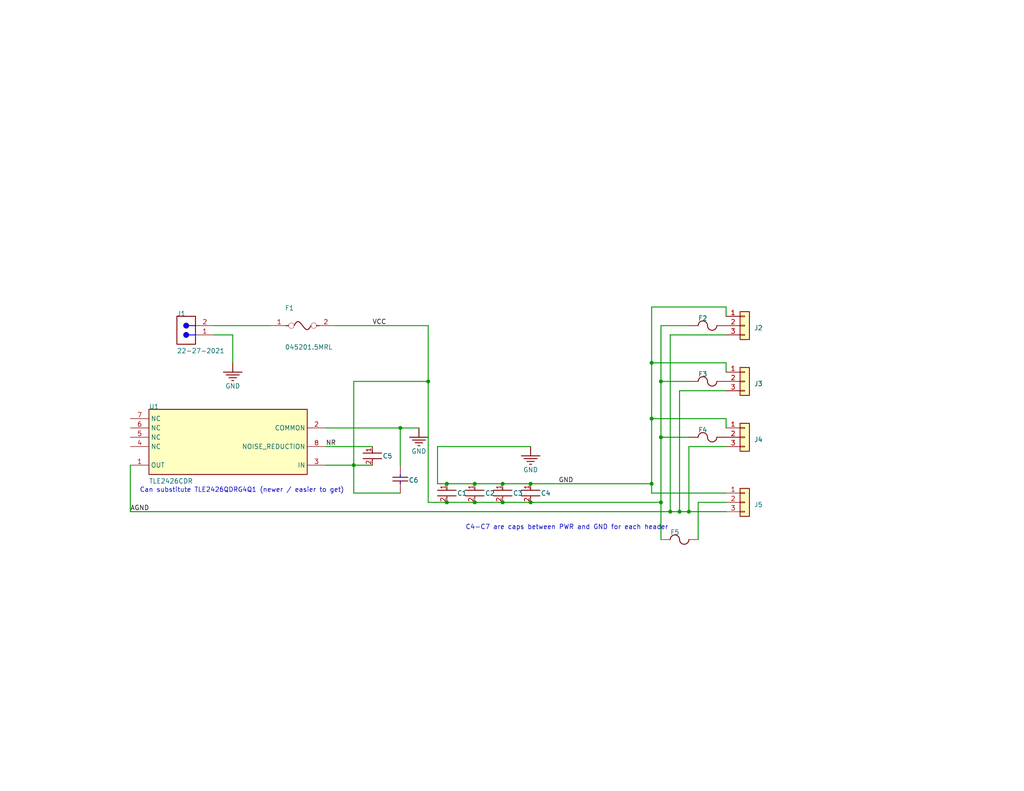
<source format=kicad_sch>
(kicad_sch (version 20230121) (generator eeschema)
  (paper "A")
  (lib_symbols
    (symbol "Connector_Generic:Conn_01x03" (pin_names (offset 1.016) hide)
      (property "Reference" "J" (at 0 5.08 0))
      (property "Value" "Conn_01x03" (at 0 -5.08 0))
      (symbol "Conn_01x03_1_1"
        (rectangle (start -1.27 -2.413) (end 0 -2.667) (stroke (width 0.1524)))
        (rectangle (start -1.27 0.127) (end 0 -0.127) (stroke (width 0.1524)))
        (rectangle (start -1.27 2.667) (end 0 2.413) (stroke (width 0.1524)))
        (rectangle (start -1.27 3.81) (end 1.27 -3.81) (stroke (width 0.254)) (fill (type background)))
        (pin passive line (at -5.08 2.54 0) (length 3.81) (name "Pin_1") (number "1"))
        (pin passive line (at -5.08 0 0) (length 3.81) (name "Pin_2") (number "2"))
        (pin passive line (at -5.08 -2.54 0) (length 3.81) (name "Pin_3") (number "3"))
      )
    )
    (symbol "DistBoard-altium-import:GND" (power)
      (property "Reference" "#PWR" (at 0 0 0))
      (property "Value" "GND" (at 0 6.35 0))
      (symbol "GND_0_0"
        (polyline (pts (xy -2.54 -2.54) (xy 2.54 -2.54)) (stroke (width 0.254)))
        (polyline (pts (xy -1.778 -3.302) (xy 1.778 -3.302)) (stroke (width 0.254)))
        (polyline (pts (xy -1.016 -4.064) (xy 1.016 -4.064)) (stroke (width 0.254)))
        (polyline (pts (xy -0.254 -4.826) (xy 0.254 -4.826)) (stroke (width 0.254)))
        (polyline (pts (xy 0 0) (xy 0 -2.54)) (stroke (width 0.254)))
        (pin power_in line (at 0 0 0) (length 0) hide (name "GND") (number ""))
      )
    )
    (symbol "DistBoard-altium-import:root_0_02cd4be3c70576c341d710602a673aa"
      (symbol "root_0_02cd4be3c70576c341d710602a673aa_1_0"
        (polyline (pts (xy 0 -3.556) (xy 0 -3.81)) (stroke (width 0.254)))
        (polyline (pts (xy 0 -1.778) (xy 0 -1.016)) (stroke (width 0.254)))
        (polyline (pts (xy 2.54 -3.302) (xy -2.54 -3.302)) (stroke (width 0.254)))
        (polyline (pts (xy 2.54 -1.778) (xy -2.54 -1.778)) (stroke (width 0.254)))
        (pin passive line (at 0 0 270) (length 1.778) (name "1") (number "1"))
        (pin passive line (at 0 -5.08 90) (length 1.524) (name "2") (number "2"))
      )
    )
    (symbol "DistBoard-altium-import:root_0_5bcf9b9f640e542cf0359d10258e979"
      (symbol "root_0_5bcf9b9f640e542cf0359d10258e979_1_0"
        (polyline (pts (xy 5.08 0) (xy 4.318 0)) (stroke (width 0.254)))
        (polyline (pts (xy 12.7 0) (xy 13.462 0)) (stroke (width 0.254)))
        (circle (center 5.842 0) (radius 0.762) (stroke (width 0.0001)))
        (bezier (pts (xy 6.604 0) (xy 8.382 3.81) (xy 9.398 -3.81) (xy 11.176 0)) (stroke (width 0.254)))
        (circle (center 11.938 0) (radius 0.762) (stroke (width 0.0001)))
        (pin passive line (at 0 0 0) (length 5.08) (name "1") (number "1"))
        (pin passive line (at 17.78 0 180) (length 5.08) (name "2") (number "2"))
      )
    )
    (symbol "DistBoard-altium-import:root_0_FUSE-2"
      (symbol "root_0_FUSE-2_1_0"
        (arc (start 2.54 -2.54) (mid 1.27 -1.2755) (end 0 -2.54) (stroke (width 0.254)))
        (arc (start 2.54 -2.54) (mid 3.81 -3.8045) (end 5.08 -2.54) (stroke (width 0.254)))
        (pin passive line (at -2.54 -2.54 0) (length 2.54) (name "1") (number "1"))
        (pin passive line (at 7.62 -2.54 180) (length 2.54) (name "2") (number "2"))
      )
    )
    (symbol "DistBoard-altium-import:root_0_b4654b650e69147ec39a6b967a45e02"
      (symbol "root_0_b4654b650e69147ec39a6b967a45e02_1_0"
        (polyline (pts (xy 0 -3.556) (xy 0 -3.81)) (stroke (width 0.254)))
        (polyline (pts (xy 0 -1.778) (xy 0 -1.016)) (stroke (width 0.254)))
        (polyline (pts (xy 2.54 -3.302) (xy -2.54 -3.302)) (stroke (width 0.254)))
        (polyline (pts (xy 2.54 -1.778) (xy -2.54 -1.778)) (stroke (width 0.254)))
        (pin passive line (at 0 0 270) (length 1.778) (name "1") (number "1"))
        (pin passive line (at 0 -5.08 90) (length 1.524) (name "2") (number "2"))
      )
    )
    (symbol "DistBoard-altium-import:root_1_CAP-NP-2"
      (symbol "root_1_CAP-NP-2_1_0"
        (polyline (pts (xy -2.032 4.318) (xy 2.032 4.318)) (stroke (width 0.254)))
        (polyline (pts (xy 0 2.54) (xy 0 3.302)) (stroke (width 0.254) (color 0 0 255 1)))
        (polyline (pts (xy 0 5.08) (xy 0 4.318)) (stroke (width 0.254) (color 0 0 255 1)))
        (polyline (pts (xy 2.032 3.302) (xy -2.032 3.302)) (stroke (width 0.254)))
        (pin passive line (at 0 0 90) (length 2.54) (name "1") (number "1"))
        (pin passive line (at 0 7.62 270) (length 2.54) (name "2") (number "2"))
      )
    )
    (symbol "DistBoard-altium-import:root_2_6a05ed44ac4318f8a6b310f721958da"
      (symbol "root_2_6a05ed44ac4318f8a6b310f721958da_1_0"
        (rectangle (start -5.08 15.24) (end -48.26 -2.54) (stroke (width 0.254)) (fill (type background)))
        (pin output line (at -53.34 0 0) (length 5.08) (name "OUT") (number "1"))
        (pin input line (at 0 10.16 180) (length 5.08) (name "COMMON") (number "2"))
        (pin input line (at 0 0 180) (length 5.08) (name "IN") (number "3"))
        (pin passive line (at -53.34 5.08 0) (length 5.08) (name "NC") (number "4"))
        (pin passive line (at -53.34 7.62 0) (length 5.08) (name "NC") (number "5"))
        (pin passive line (at -53.34 10.16 0) (length 5.08) (name "NC") (number "6"))
        (pin passive line (at -53.34 12.7 0) (length 5.08) (name "NC") (number "7"))
        (pin passive line (at 0 5.08 180) (length 5.08) (name "NOISE_REDUCTION") (number "8"))
      )
    )
    (symbol "DistBoard-altium-import:root_2_CN-1P-M-R2"
      (symbol "root_2_CN-1P-M-R2_1_0"
        (circle (center -2.54 2.54) (radius 0.762) (stroke (width 0.0001)) (fill (type color) (color 0 0 255 1)))
        (circle (center -2.54 5.08) (radius 0.762) (stroke (width 0.0001)) (fill (type color) (color 0 0 255 1)))
        (polyline (pts (xy 0 2.54) (xy -1.778 2.54)) (stroke (width 0.254) (color 0 0 255 1)))
        (polyline (pts (xy 0 5.08) (xy -1.778 5.08)) (stroke (width 0.254) (color 0 0 255 1)))
        (rectangle (start 0 7.62) (end -5.08 0) (stroke (width 0.254)))
        (pin passive line (at 5.08 2.54 180) (length 5.08) (name "1") (number "1"))
        (pin passive line (at 5.08 5.08 180) (length 5.08) (name "2") (number "2"))
      )
    )
  )
  (junction (at 182.88 139.7))
  (junction (at 180.34 104.14))
  (junction (at 109.22 116.84))
  (junction (at 137.16 137.16))
  (junction (at 121.92 132.08))
  (junction (at 144.78 137.16))
  (junction (at 116.84 104.14))
  (junction (at 137.16 132.08))
  (junction (at 185.42 139.7))
  (junction (at 129.54 137.16))
  (junction (at 129.54 132.08))
  (junction (at 121.92 137.16))
  (junction (at 177.8 99.06))
  (junction (at 144.78 132.08))
  (junction (at 177.8 114.3))
  (junction (at 180.34 137.16))
  (junction (at 180.34 119.38))
  (junction (at 177.8 132.08))
  (junction (at 96.52 127))
  (junction (at 187.96 139.7))
  (wire (pts (xy 35.56 127) (xy 35.56 139.7)) (stroke (width 0.254)))
  (wire (pts (xy 144.78 137.16) (xy 180.34 137.16)) (stroke (width 0.254)))
  (wire (pts (xy 177.8 114.3) (xy 177.8 132.08)) (stroke (width 0.254)))
  (wire (pts (xy 180.34 104.14) (xy 187.96 104.14)) (stroke (width 0.254)))
  (wire (pts (xy 180.34 137.16) (xy 180.34 147.32)) (stroke (width 0.254)))
  (wire (pts (xy 121.92 137.16) (xy 129.54 137.16)) (stroke (width 0.254)))
  (wire (pts (xy 180.34 88.9) (xy 187.96 88.9)) (stroke (width 0.254)))
  (wire (pts (xy 58.42 88.9) (xy 73.66 88.9)) (stroke (width 0.254)))
  (wire (pts (xy 129.54 132.08) (xy 121.92 132.08)) (stroke (width 0.254)))
  (wire (pts (xy 101.6 127) (xy 96.52 127)) (stroke (width 0.254)))
  (wire (pts (xy 177.8 134.62) (xy 198.12 134.62)) (stroke (width 0.254)))
  (wire (pts (xy 180.34 137.16) (xy 180.34 119.38)) (stroke (width 0.254)))
  (wire (pts (xy 177.8 132.08) (xy 144.78 132.08)) (stroke (width 0.254)))
  (wire (pts (xy 109.22 116.84) (xy 114.3 116.84)) (stroke (width 0.254)))
  (wire (pts (xy 180.34 119.38) (xy 187.96 119.38)) (stroke (width 0.254)))
  (wire (pts (xy 116.84 88.9) (xy 116.84 104.14)) (stroke (width 0.254)))
  (wire (pts (xy 96.52 134.62) (xy 109.22 134.62)) (stroke (width 0.254)))
  (wire (pts (xy 96.52 127) (xy 88.9 127)) (stroke (width 0.254)))
  (wire (pts (xy 177.8 99.06) (xy 177.8 83.82)) (stroke (width 0.254)))
  (wire (pts (xy 177.8 114.3) (xy 198.12 114.3)) (stroke (width 0.254)))
  (wire (pts (xy 198.12 83.82) (xy 198.12 86.36)) (stroke (width 0.254)))
  (wire (pts (xy 35.56 139.7) (xy 182.88 139.7)) (stroke (width 0.254)))
  (wire (pts (xy 119.38 121.92) (xy 144.78 121.92)) (stroke (width 0.254)))
  (wire (pts (xy 198.12 114.3) (xy 198.12 116.84)) (stroke (width 0.254)))
  (wire (pts (xy 198.12 106.68) (xy 185.42 106.68)) (stroke (width 0.254)))
  (wire (pts (xy 137.16 137.16) (xy 144.78 137.16)) (stroke (width 0.254)))
  (wire (pts (xy 180.34 104.14) (xy 180.34 88.9)) (stroke (width 0.254)))
  (wire (pts (xy 88.9 121.92) (xy 101.6 121.92)) (stroke (width 0.254)))
  (wire (pts (xy 116.84 104.14) (xy 96.52 104.14)) (stroke (width 0.254)))
  (wire (pts (xy 182.88 139.7) (xy 185.42 139.7)) (stroke (width 0.254)))
  (wire (pts (xy 91.44 88.9) (xy 116.84 88.9)) (stroke (width 0.254)))
  (wire (pts (xy 177.8 83.82) (xy 198.12 83.82)) (stroke (width 0.254)))
  (wire (pts (xy 96.52 127) (xy 96.52 134.62)) (stroke (width 0.254)))
  (wire (pts (xy 88.9 116.84) (xy 109.22 116.84)) (stroke (width 0.254)))
  (wire (pts (xy 190.5 147.32) (xy 190.5 137.16)) (stroke (width 0.254)))
  (wire (pts (xy 198.12 99.06) (xy 177.8 99.06)) (stroke (width 0.254)))
  (wire (pts (xy 116.84 104.14) (xy 116.84 137.16)) (stroke (width 0.254)))
  (wire (pts (xy 144.78 132.08) (xy 137.16 132.08)) (stroke (width 0.254)))
  (wire (pts (xy 63.5 91.44) (xy 63.5 99.06)) (stroke (width 0.254)))
  (wire (pts (xy 185.42 106.68) (xy 185.42 139.7)) (stroke (width 0.254)))
  (wire (pts (xy 137.16 132.08) (xy 129.54 132.08)) (stroke (width 0.254)))
  (wire (pts (xy 198.12 101.6) (xy 198.12 99.06)) (stroke (width 0.254)))
  (wire (pts (xy 180.34 119.38) (xy 180.34 104.14)) (stroke (width 0.254)))
  (wire (pts (xy 187.96 139.7) (xy 198.12 139.7)) (stroke (width 0.254)))
  (wire (pts (xy 177.8 99.06) (xy 177.8 114.3)) (stroke (width 0.254)))
  (wire (pts (xy 182.88 139.7) (xy 182.88 91.44)) (stroke (width 0.254)))
  (wire (pts (xy 190.5 137.16) (xy 198.12 137.16)) (stroke (width 0.254)))
  (wire (pts (xy 185.42 139.7) (xy 187.96 139.7)) (stroke (width 0.254)))
  (wire (pts (xy 116.84 137.16) (xy 121.92 137.16)) (stroke (width 0.254)))
  (wire (pts (xy 198.12 121.92) (xy 187.96 121.92)) (stroke (width 0.254)))
  (wire (pts (xy 182.88 91.44) (xy 198.12 91.44)) (stroke (width 0.254)))
  (wire (pts (xy 119.38 132.08) (xy 119.38 121.92)) (stroke (width 0.254)))
  (wire (pts (xy 177.8 132.08) (xy 177.8 134.62)) (stroke (width 0.254)))
  (wire (pts (xy 129.54 137.16) (xy 137.16 137.16)) (stroke (width 0.254)))
  (wire (pts (xy 187.96 121.92) (xy 187.96 139.7)) (stroke (width 0.254)))
  (wire (pts (xy 121.92 132.08) (xy 119.38 132.08)) (stroke (width 0.254)))
  (wire (pts (xy 109.22 116.84) (xy 109.22 127)) (stroke (width 0.254)))
  (wire (pts (xy 58.42 91.44) (xy 63.5 91.44)) (stroke (width 0.254)))
  (wire (pts (xy 96.52 104.14) (xy 96.52 127)) (stroke (width 0.254)))
  (text "C4-C7 are caps between PWR and GND for each header" (at 127 144.78 0) (effects (font (size 1.27 1.27)) (justify left bottom)))
  (text "Can substitute TLE2426QDRG4Q1 (newer / easier to get)" (at 38.1 134.62 0) (effects (font (size 1.27 1.27)) (justify left bottom)))
  (label "NR" (at 88.9 121.92 0))
  (label "AGND" (at 35.56 139.7 0))
  (label "GND" (at 152.4 132.08 0))
  (label "VCC" (at 101.6 88.9 0))
  (symbol (lib_id "DistBoard-altium-import:root_2_6a05ed44ac4318f8a6b310f721958da") (at 88.9 127 0) (unit 1)
    (property "Reference" "U1" (at 40.64 111.76 0) (effects (justify left bottom)))
    (property "Value" "TLE2426CDR" (at 40.64 132.08 0) (effects (justify left bottom)))
    (property "Footprint" "FP-D0008A-IPC_B" (effects hide))
    (property "MAX INPUT VOLTAGE" "40V" (effects hide))
    (property "HEIGHT" "1.58mm" (effects hide))
    (property "MOUNT" "Surface Mount" (effects hide))
    (property "MAX OPERATING TEMPERATURE" "125°C" (effects hide))
    (property "LENGTH" "4.9mm" (effects hide))
    (property "CASE/PACKAGE" "SOIC" (effects hide))
    (property "TEMPERATURE COEFFICIENT" "35ppm/°C" (effects hide))
    (property "WEIGHT" "0.002677oz" (effects hide))
    (property "REFERENCE TYPE" "Ground Reference (Virtual)" (effects hide))
    (property "OPERATING SUPPLY CURRENT" "400uA" (effects hide))
    (property "RADIATION HARDENING" "No" (effects hide))
    (property "MIN OUTPUT VOLTAGE" "2V" (effects hide))
    (property "MAX OUTPUT CURRENT" "20mA" (effects hide))
    (property "REACH SVHC" "No SVHC" (effects hide))
    (property "MAX OUTPUT VOLTAGE" "20V" (effects hide))
    (property "OUTPUT VOLTAGE" "20V" (effects hide))
    (property "OUTPUT CURRENT" "20mA" (effects hide))
    (property "MIN OPERATING TEMPERATURE" "-55°C" (effects hide))
    (property "PACKAGE QUANTITY" "1" (effects hide))
    (property "PACKAGING" "Tape and Reel" (effects hide))
    (property "NUMBER OF PINS" "8" (effects hide))
    (property "WIDTH" "3.91mm" (effects hide))
    (property "OUTPUT TYPE" "Adjustable" (effects hide))
    (property "LEAD FREE" "Lead Free" (effects hide))
    (property "TOLERANCE" "1%" (effects hide))
    (property "REFERENCE VOLTAGE" "20V" (effects hide))
    (property "MANUFACTURER" "Texas Instruments" (effects hide))
    (property "MANUFACTURER PART NUMBER" "TLE2426CDR" (effects hide))
  )
  (symbol (lib_id "DistBoard-altium-import:root_0_FUSE-2") (at 190.5 116.84 0) (unit 1)
    (property "Reference" "F4" (at 190.5 118.11 0) (effects (justify left bottom)))
    (property "Value" "0459.250UR" (effects hide))
    (property "Footprint" "LFUS-459_V" (effects hide))
    (property "MANUFACTURER" "Littelfuse" (effects hide))
    (property "TYPE" "PicoSurfaceMountVeryFastActingFuse" (effects hide))
    (property "PRODUCT" "SurfaceMountFuses" (effects hide))
    (property "SERIES" "459" (effects hide))
    (property "CURRENT RATING" "250mA" (effects hide))
    (property "VOLTAGE RATING DC" "125V" (effects hide))
    (property "INTERRUPT RATING" "300Amps" (effects hide))
    (property "BRAND" "Littelfuse" (effects hide))
    (property "FACTORY PACK QUANTITY" "500" (effects hide))
    (property "CASE HEIGHT" "3.05mm" (effects hide))
    (property "RESISTANCE" "665mOhms" (effects hide))
    (property "ROHS" "Details" (effects hide))
    (property "CASE LENGTH" "7.24mm" (effects hide))
    (property "OPERATING TEMPERATURE RANGE" "-55Cto+125C" (effects hide))
    (property "PACKAGING" "Reel" (effects hide))
    (property "DATASHEET VERSION" "11/2015" (effects hide))
    (property "FUSE TYPE" "FastBlow" (effects hide))
    (property "FUSE SIZE / GROUP" "PICO" (effects hide))
    (property "PACKAGE REFERENCE" "459" (effects hide))
    (property "PACKAGE DESCRIPTION" "2-Pin Surface Mount Device, Body 7.24 x 4.32 mm" (effects hide))
    (property "PRODUCT TYPE" "SurfaceMountFuse" (effects hide))
    (property "DIMENSIONS" "7.24mmLx4.32mmW" (effects hide))
    (property "MOUNTING TECHNOLOGY" "SurfaceMount" (effects hide))
    (property "DATASHEET URL" "http://www.littelfuse.com/~/media/electronics/datasheets/fuses/littelfuse_fuse_459_datasheet.pdf.pdf" (effects hide))
    (property "MANUFACTURER URL" "http://www.littelfuse.com/" (effects hide))
    (property "PRODUCT CATEGORY" "SurfaceMountFuses" (effects hide))
    (property "CASE WIDTH" "4.32mm" (effects hide))
    (property "MANUFACTURER PART NUMBER" "0459.250UR" (effects hide))
  )
  (symbol (lib_id "DistBoard-altium-import:root_1_CAP-NP-2") (at 109.22 134.62 0) (unit 1)
    (property "Reference" "C6" (at 111.506 131.826 0) (effects (justify left bottom)))
    (property "Value" "C1206C105K5RACTU" (effects hide))
    (property "Footprint" "CAPC3216X110X50LL20T25" (effects hide))
    (property "DATASHEET URL" "http://www.kemet.com/docfinder?Partnumber=C1206C105K5RACTU" (effects hide))
    (property "CASE HEIGHT" "1mm" (effects hide))
    (property "DIELECTRIC" "X7R" (effects hide))
    (property "VOLTAGE RATING" "50V" (effects hide))
    (property "PRODUCT CATEGORY" "MultilayerCeramicCapacitorsMLCC-SMD/SMT" (effects hide))
    (property "CAPACITANCE" "1uF" (effects hide))
    (property "TERMINATION STYLE" "SMD/SMT" (effects hide))
    (property "ALTIUM_UNNAMED_1" "C1206C105K5RAC7800" (effects hide))
    (property "DIMENSIONS" "1.6mmWx3.2mmLx1mmH" (effects hide))
    (property "MANUFACTURER" "Kemet" (effects hide))
    (property "VOLTAGE RATING DC" "50V" (effects hide))
    (property "DATASHEET VERSION" "02/2016" (effects hide))
    (property "PACKAGING" "Reel" (effects hide))
    (property "BRAND" "Kemet" (effects hide))
    (property "TEMPERATURE COEFFICIENT / CODE" "+/-15%" (effects hide))
    (property "ROHS" "Details" (effects hide))
    (property "MINIMUM OPERATING TEMPERATURE" "-55C" (effects hide))
    (property "OPERATING TEMPERATURE RANGE" "-55Cto+125C" (effects hide))
    (property "CASE LENGTH" "3.2mm" (effects hide))
    (property "PACKAGE REFERENCE" "1206" (effects hide))
    (property "CASE WIDTH" "1.6mm" (effects hide))
    (property "MANUFACTURER URL" "http://www.kemet.com/" (effects hide))
    (property "PRODUCT" "GeneralTypeMLCCs" (effects hide))
    (property "TYPE" "SMDMLCCX7R6.3-250VDCCommericalGrade" (effects hide))
    (property "TOLERANCE" "10%" (effects hide))
    (property "PACKAGE DESCRIPTION" "2-Pin Surface Mount Device, Body 3.2 x 1.6 mm" (effects hide))
    (property "CLASS" "Class1" (effects hide))
    (property "CAPACITANCE - NF" "1000nF" (effects hide))
    (property "MOUNTING TECHNOLOGY" "SurfaceMount" (effects hide))
    (property "CASE CODE - MM" "3216" (effects hide))
    (property "MAXIMUM OPERATING TEMPERATURE" "+125C" (effects hide))
    (property "SERIES" "C1206C" (effects hide))
    (property "FACTORY PACK QUANTITY" "2500" (effects hide))
    (property "PACKAGE / CASE" "1206(3216metric)" (effects hide))
    (property "CASE CODE - IN" "1206" (effects hide))
    (property "ALTIUM_VALUE" "1uF" (effects hide))
    (property "MANUFACTURER PART NUMBER" "C1206C105K5RACTU" (effects hide))
    (property "PRICE" "0.053" (effects hide))
  )
  (symbol (lib_id "Connector_Generic:Conn_01x03") (at 203.2 104.14 0) (unit 1)
    (property "Reference" "J3" (at 205.74 104.775 0) (effects (justify left)))
    (property "Value" "Conn_01x03" (effects hide))
    (property "Footprint" "Connector_PinHeader_2.54mm:PinHeader_1x03_P2.54mm_Vertical" (effects hide))
  )
  (symbol (lib_id "Connector_Generic:Conn_01x03") (at 203.2 137.16 0) (unit 1)
    (property "Reference" "J5" (at 205.74 137.795 0) (effects (justify left)))
    (property "Value" "Conn_01x03" (effects hide))
    (property "Footprint" "Connector_PinHeader_2.54mm:PinHeader_1x03_P2.54mm_Vertical" (effects hide))
  )
  (symbol (lib_id "DistBoard-altium-import:root_0_b4654b650e69147ec39a6b967a45e02") (at 101.6 121.92 0) (unit 1)
    (property "Reference" "C5" (at 104.394 125.222 0) (effects (justify left bottom)))
    (property "Value" "GCD21BR71H104KA01L" (effects hide))
    (property "Footprint" "FP-GCD21B-0_15-IPC_C" (effects hide))
    (property "CASE CODE (METRIC)" "2012" (effects hide))
    (property "VOLTAGE RATING" "50V" (effects hide))
    (property "HEIGHT" "1.25mm" (effects hide))
    (property "WEIGHT" "0.000335oz" (effects hide))
    (property "MOUNT" "Surface Mount" (effects hide))
    (property "WIDTH" "0.049inch" (effects hide))
    (property "PACKAGING" "Tape and Reel" (effects hide))
    (property "MIN OPERATING TEMPERATURE" "-55°C" (effects hide))
    (property "DEPTH" "1.25mm" (effects hide))
    (property "LENGTH" "2mm" (effects hide))
    (property "MAX OPERATING TEMPERATURE" "125°C" (effects hide))
    (property "RATINGS" "AEC-Q200" (effects hide))
    (property "TERMINATION" "SMD/SMT" (effects hide))
    (property "CAPACITANCE" "100nF" (effects hide))
    (property "THICKNESS" "0.049inch" (effects hide))
    (property "CASE/PACKAGE" "0805" (effects hide))
    (property "VOLTAGE RATING (DC)" "50V" (effects hide))
    (property "DIELECTRIC" "X7R" (effects hide))
    (property "CASE CODE (IMPERIAL)" "0805" (effects hide))
    (property "TOLERANCE" "10%" (effects hide))
    (property "PACKAGE QUANTITY" "3000" (effects hide))
    (property "MANUFACTURER" "Murata" (effects hide))
    (property "MANUFACTURER PART NUMBER" "GCD21BR71H104KA01L" (effects hide))
    (property "ALTIUM_VALUE" "100nF" (effects hide))
  )
  (symbol (lib_id "DistBoard-altium-import:root_0_FUSE-2") (at 190.5 101.6 0) (unit 1)
    (property "Reference" "F3" (at 190.5 102.87 0) (effects (justify left bottom)))
    (property "Value" "0459.250UR" (effects hide))
    (property "Footprint" "LFUS-459_V" (effects hide))
    (property "MANUFACTURER" "Littelfuse" (effects hide))
    (property "TYPE" "PicoSurfaceMountVeryFastActingFuse" (effects hide))
    (property "PRODUCT" "SurfaceMountFuses" (effects hide))
    (property "SERIES" "459" (effects hide))
    (property "CURRENT RATING" "250mA" (effects hide))
    (property "VOLTAGE RATING DC" "125V" (effects hide))
    (property "INTERRUPT RATING" "300Amps" (effects hide))
    (property "BRAND" "Littelfuse" (effects hide))
    (property "FACTORY PACK QUANTITY" "500" (effects hide))
    (property "CASE HEIGHT" "3.05mm" (effects hide))
    (property "RESISTANCE" "665mOhms" (effects hide))
    (property "ROHS" "Details" (effects hide))
    (property "CASE LENGTH" "7.24mm" (effects hide))
    (property "OPERATING TEMPERATURE RANGE" "-55Cto+125C" (effects hide))
    (property "PACKAGING" "Reel" (effects hide))
    (property "DATASHEET VERSION" "11/2015" (effects hide))
    (property "FUSE TYPE" "FastBlow" (effects hide))
    (property "FUSE SIZE / GROUP" "PICO" (effects hide))
    (property "PACKAGE REFERENCE" "459" (effects hide))
    (property "PACKAGE DESCRIPTION" "2-Pin Surface Mount Device, Body 7.24 x 4.32 mm" (effects hide))
    (property "PRODUCT TYPE" "SurfaceMountFuse" (effects hide))
    (property "DIMENSIONS" "7.24mmLx4.32mmW" (effects hide))
    (property "MOUNTING TECHNOLOGY" "SurfaceMount" (effects hide))
    (property "DATASHEET URL" "http://www.littelfuse.com/~/media/electronics/datasheets/fuses/littelfuse_fuse_459_datasheet.pdf.pdf" (effects hide))
    (property "MANUFACTURER URL" "http://www.littelfuse.com/" (effects hide))
    (property "PRODUCT CATEGORY" "SurfaceMountFuses" (effects hide))
    (property "CASE WIDTH" "4.32mm" (effects hide))
    (property "MANUFACTURER PART NUMBER" "0459.250UR" (effects hide))
  )
  (symbol (lib_id "DistBoard-altium-import:root_0_02cd4be3c70576c341d710602a673aa") (at 129.54 132.08 0) (unit 1)
    (property "Reference" "C2" (at 132.334 135.382 0) (effects (justify left bottom)))
    (property "Value" "GCJ21BR71H105KA01L" (effects hide))
    (property "Footprint" "FP-GCJ21B-0_3-IPC_B" (effects hide))
    (property "MAX OPERATING TEMPERATURE" "125°C" (effects hide))
    (property "RATINGS" "AEC-Q200" (effects hide))
    (property "HEIGHT" "1.25mm" (effects hide))
    (property "LEAD FREE" "Lead Free" (effects hide))
    (property "WEIGHT" "0.000335oz" (effects hide))
    (property "THICKNESS" "0.057inch" (effects hide))
    (property "MIN OPERATING TEMPERATURE" "-55°C" (effects hide))
    (property "TERMINATION" "SMD/SMT" (effects hide))
    (property "VOLTAGE RATING (DC)" "50V" (effects hide))
    (property "FEATURES" "Soft Termination" (effects hide))
    (property "MOUNT" "Surface Mount" (effects hide))
    (property "VOLTAGE RATING" "50V" (effects hide))
    (property "CASE CODE (IMPERIAL)" "0805" (effects hide))
    (property "PACKAGE QUANTITY" "3000" (effects hide))
    (property "TOLERANCE" "10%" (effects hide))
    (property "WIDTH" "0.049inch" (effects hide))
    (property "CASE/PACKAGE" "0805" (effects hide))
    (property "CAPACITANCE" "1uF" (effects hide))
    (property "CASE CODE (METRIC)" "2012" (effects hide))
    (property "DIELECTRIC" "X7R" (effects hide))
    (property "PACKAGING" "Tape and Reel" (effects hide))
    (property "LENGTH" "0.079inch" (effects hide))
    (property "MANUFACTURER" "Murata" (effects hide))
    (property "MANUFACTURER PART NUMBER" "GCJ21BR71H105KA01L" (effects hide))
    (property "ALTIUM_VALUE" "1uF" (effects hide))
  )
  (symbol (lib_id "DistBoard-altium-import:root_2_CN-1P-M-R2") (at 53.34 93.98 0) (unit 1)
    (property "Reference" "J1" (at 48.26 86.36 0) (effects (justify left bottom)))
    (property "Value" "22-27-2021" (at 48.26 96.52 0) (effects (justify left bottom)))
    (property "Footprint" "MOLX-22-27-2021_V" (effects hide))
    (property "CURRENT RATING" "4A" (effects hide))
    (property "ORIENTATION" "Vertical" (effects hide))
    (property "MANUFACTURER" "Molex" (effects hide))
    (property "OPERATING TEMPERATURE" "0°Cto+75°C" (effects hide))
    (property "PARTNUMBER" "0022272021" (effects hide))
    (property "PACKAGE VERSION" "Rev. BC, 02/2012" (effects hide))
    (property "VOLTAGE RATING" "250V" (effects hide))
    (property "MANUFACTURER URL" "http://www.molex.com/" (effects hide))
    (property "NO. OF POSITIONS" "2" (effects hide))
    (property "PITCH" "2.54mm" (effects hide))
    (property "MOUNTING TECHNOLOGY" "ThroughHole" (effects hide))
    (property "NO. OF ROWS" "1" (effects hide))
    (property "HOUSING MATERIAL" "Nylon(UL94V-0)" (effects hide))
    (property "PACKAGE DESCRIPTION" "2-Leads Header, Body 5.08 x 5.8 mm, Pitch 2.54 mm" (effects hide))
    (property "VOLTAGE - MAX" "250V" (effects hide))
    (property "DATASHEET URL" "http://www.molex.com/pdm_docs/sd/022272021_sd.pdf" (effects hide))
    (property "PACKAGE REFERENCE" "22-27-2021" (effects hide))
    (property "CONTACT MATERIAL" "Tinplatedbrass" (effects hide))
    (property "CURRENT - MAX" "4A" (effects hide))
    (property "DATASHEET VERSION" "Rev. F, 06/2009" (effects hide))
    (property "MANUFACTURER PART NUMBER" "22-27-2021" (effects hide))
  )
  (symbol (lib_id "Connector_Generic:Conn_01x03") (at 203.2 88.9 0) (unit 1)
    (property "Reference" "J2" (at 205.74 89.535 0) (effects (justify left)))
    (property "Value" "Conn_01x03" (effects hide))
    (property "Footprint" "Connector_PinHeader_2.54mm:PinHeader_1x03_P2.54mm_Vertical" (effects hide))
  )
  (symbol (lib_id "DistBoard-altium-import:GND") (at 63.5 99.06 0) (unit 1)
    (property "Reference" "#PWR0102" (effects hide))
    (property "Value" "GND" (at 63.5 105.41 0))
  )
  (symbol (lib_id "DistBoard-altium-import:root_0_02cd4be3c70576c341d710602a673aa") (at 137.16 132.08 0) (unit 1)
    (property "Reference" "C3" (at 139.954 135.382 0) (effects (justify left bottom)))
    (property "Value" "GCJ21BR71H105KA01L" (effects hide))
    (property "Footprint" "FP-GCJ21B-0_3-IPC_B" (effects hide))
    (property "MAX OPERATING TEMPERATURE" "125°C" (effects hide))
    (property "RATINGS" "AEC-Q200" (effects hide))
    (property "HEIGHT" "1.25mm" (effects hide))
    (property "LEAD FREE" "Lead Free" (effects hide))
    (property "WEIGHT" "0.000335oz" (effects hide))
    (property "THICKNESS" "0.057inch" (effects hide))
    (property "MIN OPERATING TEMPERATURE" "-55°C" (effects hide))
    (property "TERMINATION" "SMD/SMT" (effects hide))
    (property "VOLTAGE RATING (DC)" "50V" (effects hide))
    (property "FEATURES" "Soft Termination" (effects hide))
    (property "MOUNT" "Surface Mount" (effects hide))
    (property "VOLTAGE RATING" "50V" (effects hide))
    (property "CASE CODE (IMPERIAL)" "0805" (effects hide))
    (property "PACKAGE QUANTITY" "3000" (effects hide))
    (property "TOLERANCE" "10%" (effects hide))
    (property "WIDTH" "0.049inch" (effects hide))
    (property "CASE/PACKAGE" "0805" (effects hide))
    (property "CAPACITANCE" "1uF" (effects hide))
    (property "CASE CODE (METRIC)" "2012" (effects hide))
    (property "DIELECTRIC" "X7R" (effects hide))
    (property "PACKAGING" "Tape and Reel" (effects hide))
    (property "LENGTH" "0.079inch" (effects hide))
    (property "MANUFACTURER" "Murata" (effects hide))
    (property "MANUFACTURER PART NUMBER" "GCJ21BR71H105KA01L" (effects hide))
    (property "ALTIUM_VALUE" "1uF" (effects hide))
  )
  (symbol (lib_id "DistBoard-altium-import:root_0_FUSE-2") (at 182.88 144.78 0) (unit 1)
    (property "Reference" "F5" (at 182.88 146.05 0) (effects (justify left bottom)))
    (property "Value" "0459.250UR" (effects hide))
    (property "Footprint" "LFUS-459_V" (effects hide))
    (property "MANUFACTURER" "Littelfuse" (effects hide))
    (property "TYPE" "PicoSurfaceMountVeryFastActingFuse" (effects hide))
    (property "PRODUCT" "SurfaceMountFuses" (effects hide))
    (property "SERIES" "459" (effects hide))
    (property "CURRENT RATING" "250mA" (effects hide))
    (property "VOLTAGE RATING DC" "125V" (effects hide))
    (property "INTERRUPT RATING" "300Amps" (effects hide))
    (property "BRAND" "Littelfuse" (effects hide))
    (property "FACTORY PACK QUANTITY" "500" (effects hide))
    (property "CASE HEIGHT" "3.05mm" (effects hide))
    (property "RESISTANCE" "665mOhms" (effects hide))
    (property "ROHS" "Details" (effects hide))
    (property "CASE LENGTH" "7.24mm" (effects hide))
    (property "OPERATING TEMPERATURE RANGE" "-55Cto+125C" (effects hide))
    (property "PACKAGING" "Reel" (effects hide))
    (property "DATASHEET VERSION" "11/2015" (effects hide))
    (property "FUSE TYPE" "FastBlow" (effects hide))
    (property "FUSE SIZE / GROUP" "PICO" (effects hide))
    (property "PACKAGE REFERENCE" "459" (effects hide))
    (property "PACKAGE DESCRIPTION" "2-Pin Surface Mount Device, Body 7.24 x 4.32 mm" (effects hide))
    (property "PRODUCT TYPE" "SurfaceMountFuse" (effects hide))
    (property "DIMENSIONS" "7.24mmLx4.32mmW" (effects hide))
    (property "MOUNTING TECHNOLOGY" "SurfaceMount" (effects hide))
    (property "DATASHEET URL" "http://www.littelfuse.com/~/media/electronics/datasheets/fuses/littelfuse_fuse_459_datasheet.pdf.pdf" (effects hide))
    (property "MANUFACTURER URL" "http://www.littelfuse.com/" (effects hide))
    (property "PRODUCT CATEGORY" "SurfaceMountFuses" (effects hide))
    (property "CASE WIDTH" "4.32mm" (effects hide))
    (property "MANUFACTURER PART NUMBER" "0459.250UR" (effects hide))
  )
  (symbol (lib_id "DistBoard-altium-import:GND") (at 114.3 116.84 0) (unit 1)
    (property "Reference" "#PWR0101" (effects hide))
    (property "Value" "GND" (at 114.3 123.19 0))
  )
  (symbol (lib_id "Connector_Generic:Conn_01x03") (at 203.2 119.38 0) (unit 1)
    (property "Reference" "J4" (at 205.74 120.015 0) (effects (justify left)))
    (property "Value" "Conn_01x03" (effects hide))
    (property "Footprint" "Connector_PinHeader_2.54mm:PinHeader_1x03_P2.54mm_Vertical" (effects hide))
  )
  (symbol (lib_id "DistBoard-altium-import:root_0_02cd4be3c70576c341d710602a673aa") (at 144.78 132.08 0) (unit 1)
    (property "Reference" "C4" (at 147.574 135.382 0) (effects (justify left bottom)))
    (property "Value" "GCJ21BR71H105KA01L" (effects hide))
    (property "Footprint" "FP-GCJ21B-0_3-IPC_B" (effects hide))
    (property "MAX OPERATING TEMPERATURE" "125°C" (effects hide))
    (property "RATINGS" "AEC-Q200" (effects hide))
    (property "HEIGHT" "1.25mm" (effects hide))
    (property "LEAD FREE" "Lead Free" (effects hide))
    (property "WEIGHT" "0.000335oz" (effects hide))
    (property "THICKNESS" "0.057inch" (effects hide))
    (property "MIN OPERATING TEMPERATURE" "-55°C" (effects hide))
    (property "TERMINATION" "SMD/SMT" (effects hide))
    (property "VOLTAGE RATING (DC)" "50V" (effects hide))
    (property "FEATURES" "Soft Termination" (effects hide))
    (property "MOUNT" "Surface Mount" (effects hide))
    (property "VOLTAGE RATING" "50V" (effects hide))
    (property "CASE CODE (IMPERIAL)" "0805" (effects hide))
    (property "PACKAGE QUANTITY" "3000" (effects hide))
    (property "TOLERANCE" "10%" (effects hide))
    (property "WIDTH" "0.049inch" (effects hide))
    (property "CASE/PACKAGE" "0805" (effects hide))
    (property "CAPACITANCE" "1uF" (effects hide))
    (property "CASE CODE (METRIC)" "2012" (effects hide))
    (property "DIELECTRIC" "X7R" (effects hide))
    (property "PACKAGING" "Tape and Reel" (effects hide))
    (property "LENGTH" "0.079inch" (effects hide))
    (property "MANUFACTURER" "Murata" (effects hide))
    (property "MANUFACTURER PART NUMBER" "GCJ21BR71H105KA01L" (effects hide))
    (property "ALTIUM_VALUE" "1uF" (effects hide))
  )
  (symbol (lib_id "DistBoard-altium-import:root_0_FUSE-2") (at 190.5 86.36 0) (unit 1)
    (property "Reference" "F2" (at 190.5 87.63 0) (effects (justify left bottom)))
    (property "Value" "0459.250UR" (effects hide))
    (property "Footprint" "LFUS-459_V" (effects hide))
    (property "MANUFACTURER" "Littelfuse" (effects hide))
    (property "TYPE" "PicoSurfaceMountVeryFastActingFuse" (effects hide))
    (property "PRODUCT" "SurfaceMountFuses" (effects hide))
    (property "SERIES" "459" (effects hide))
    (property "CURRENT RATING" "250mA" (effects hide))
    (property "VOLTAGE RATING DC" "125V" (effects hide))
    (property "INTERRUPT RATING" "300Amps" (effects hide))
    (property "BRAND" "Littelfuse" (effects hide))
    (property "FACTORY PACK QUANTITY" "500" (effects hide))
    (property "CASE HEIGHT" "3.05mm" (effects hide))
    (property "RESISTANCE" "665mOhms" (effects hide))
    (property "ROHS" "Details" (effects hide))
    (property "CASE LENGTH" "7.24mm" (effects hide))
    (property "OPERATING TEMPERATURE RANGE" "-55Cto+125C" (effects hide))
    (property "PACKAGING" "Reel" (effects hide))
    (property "DATASHEET VERSION" "11/2015" (effects hide))
    (property "FUSE TYPE" "FastBlow" (effects hide))
    (property "FUSE SIZE / GROUP" "PICO" (effects hide))
    (property "PACKAGE REFERENCE" "459" (effects hide))
    (property "PACKAGE DESCRIPTION" "2-Pin Surface Mount Device, Body 7.24 x 4.32 mm" (effects hide))
    (property "PRODUCT TYPE" "SurfaceMountFuse" (effects hide))
    (property "DIMENSIONS" "7.24mmLx4.32mmW" (effects hide))
    (property "MOUNTING TECHNOLOGY" "SurfaceMount" (effects hide))
    (property "DATASHEET URL" "http://www.littelfuse.com/~/media/electronics/datasheets/fuses/littelfuse_fuse_459_datasheet.pdf.pdf" (effects hide))
    (property "MANUFACTURER URL" "http://www.littelfuse.com/" (effects hide))
    (property "PRODUCT CATEGORY" "SurfaceMountFuses" (effects hide))
    (property "CASE WIDTH" "4.32mm" (effects hide))
    (property "MANUFACTURER PART NUMBER" "0459.250UR" (effects hide))
  )
  (symbol (lib_id "DistBoard-altium-import:root_0_02cd4be3c70576c341d710602a673aa") (at 121.92 132.08 0) (unit 1)
    (property "Reference" "C1" (at 124.714 135.382 0) (effects (justify left bottom)))
    (property "Value" "GCJ21BR71H105KA01L" (effects hide))
    (property "Footprint" "FP-GCJ21B-0_3-IPC_B" (effects hide))
    (property "MAX OPERATING TEMPERATURE" "125°C" (effects hide))
    (property "RATINGS" "AEC-Q200" (effects hide))
    (property "HEIGHT" "1.25mm" (effects hide))
    (property "LEAD FREE" "Lead Free" (effects hide))
    (property "WEIGHT" "0.000335oz" (effects hide))
    (property "THICKNESS" "0.057inch" (effects hide))
    (property "MIN OPERATING TEMPERATURE" "-55°C" (effects hide))
    (property "TERMINATION" "SMD/SMT" (effects hide))
    (property "VOLTAGE RATING (DC)" "50V" (effects hide))
    (property "FEATURES" "Soft Termination" (effects hide))
    (property "MOUNT" "Surface Mount" (effects hide))
    (property "VOLTAGE RATING" "50V" (effects hide))
    (property "CASE CODE (IMPERIAL)" "0805" (effects hide))
    (property "PACKAGE QUANTITY" "3000" (effects hide))
    (property "TOLERANCE" "10%" (effects hide))
    (property "WIDTH" "0.049inch" (effects hide))
    (property "CASE/PACKAGE" "0805" (effects hide))
    (property "CAPACITANCE" "1uF" (effects hide))
    (property "CASE CODE (METRIC)" "2012" (effects hide))
    (property "DIELECTRIC" "X7R" (effects hide))
    (property "PACKAGING" "Tape and Reel" (effects hide))
    (property "LENGTH" "0.079inch" (effects hide))
    (property "MANUFACTURER" "Murata" (effects hide))
    (property "MANUFACTURER PART NUMBER" "GCJ21BR71H105KA01L" (effects hide))
    (property "ALTIUM_VALUE" "1uF" (effects hide))
  )
  (symbol (lib_id "DistBoard-altium-import:GND") (at 144.78 121.92 0) (unit 1)
    (property "Reference" "#PWR0103" (effects hide))
    (property "Value" "GND" (at 144.78 128.27 0))
  )
  (symbol (lib_id "DistBoard-altium-import:root_0_5bcf9b9f640e542cf0359d10258e979") (at 73.66 88.9 0) (unit 1)
    (property "Reference" "F1" (at 77.724 84.836 0) (effects (justify left bottom)))
    (property "Value" "045201.5MRL" (at 77.724 95.504 0) (effects (justify left bottom)))
    (property "Footprint" "FP-0452-MFG" (effects hide))
    (property "ALTIUM_VALUE" "0.093Ω" (effects hide))
    (property "DEVICE CLASS L2" "Fuses" (effects hide))
    (property "MANUFACTURER" "Littelfuse Inc" (effects hide))
    (property "DEVICE CLASS L3" "unset" (effects hide))
    (property "TEMPERATURE RANGE HIGH" "+125°C" (effects hide))
    (property "MANUFACTURER PART NUMBER" "045201.5MRL" (effects hide))
    (property "TEMPERATURE" "-55°C to +125°C" (effects hide))
    (property "FUSE INTERRUPT AC CURRENT" "50A" (effects hide))
    (property "FUSE CURRENT" "1.5A" (effects hide))
    (property "COMPONENTLINK2DESCRIPTION" "Datasheet" (effects hide))
    (property "TEMPERATURE RANGE LOW" "-55°C" (effects hide))
    (property "MAX FUSE DC VOLTAGE" "125V" (effects hide))
    (property "RESISTANCE" "0.093Ω" (effects hide))
    (property "PACKAGE" "0452" (effects hide))
    (property "FUSE BLOW SPEED" "Slow" (effects hide))
    (property "ROHS" "TRUE" (effects hide))
    (property "MAX FUSE AC VOLTAGE" "125V" (effects hide))
    (property "CATEGORY" "Fuse" (effects hide))
    (property "MOUSER DESCRIPTION" "Surface Mount Fuses 125V 1.5A" (effects hide))
    (property "DEVICE CLASS L1" "Circuit Protection" (effects hide))
    (property "FUSE I2T" "3.65A2Sec" (effects hide))
    (property "OCTOPART" "https://octopart.com/045201.5mrl-littelfuse-566412" (effects hide))
    (property "FUSE INTERRUPT DC CURRENT" "300A" (effects hide))
    (property "COMPONENTLINK2URL" "https://www.littelfuse.com/~/media/electronics/datasheets/fuses/littelfuse_fuse_452_454_datasheet.pdf.pdf" (effects hide))
    (property "LEAD FREE" "Yes" (effects hide))
    (property "AUTOMOTIVE" "No" (effects hide))
    (property "HEIGHT" "2.94mm" (effects hide))
    (property "DIGIKEY DESCRIPTION" "FUSE BRD MNT 1.5A 125VAC/VDC SMD" (effects hide))
    (property "VOLTAGE RATING" "125V" (effects hide))
  )
)
</source>
